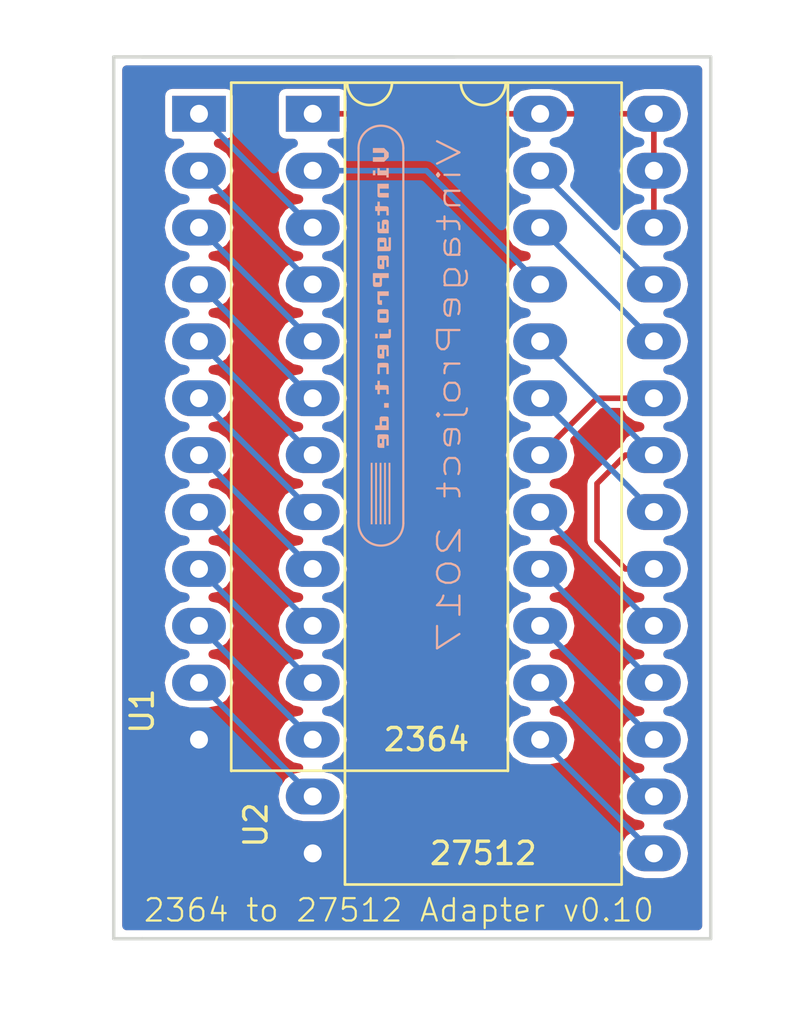
<source format=kicad_pcb>
(kicad_pcb (version 20171130) (host pcbnew "(5.0.0)")

  (general
    (thickness 1.6)
    (drawings 9)
    (tracks 33)
    (zones 0)
    (modules 3)
    (nets 25)
  )

  (page A4)
  (title_block
    (title "Adapter Board 2364 to 27512 EPROM")
    (date 2017-07-30)
    (rev 0.10)
    (company VintageProject)
    (comment 1 "Use for C64 ROM replacements")
  )

  (layers
    (0 F.Cu signal)
    (31 B.Cu signal)
    (32 B.Adhes user hide)
    (33 F.Adhes user hide)
    (34 B.Paste user hide)
    (35 F.Paste user hide)
    (36 B.SilkS user)
    (37 F.SilkS user hide)
    (38 B.Mask user)
    (39 F.Mask user)
    (40 Dwgs.User user)
    (41 Cmts.User user)
    (42 Eco1.User user)
    (43 Eco2.User user)
    (44 Edge.Cuts user)
    (45 Margin user)
    (46 B.CrtYd user)
    (47 F.CrtYd user)
    (48 B.Fab user hide)
    (49 F.Fab user hide)
  )

  (setup
    (last_trace_width 0.25)
    (trace_clearance 0.2)
    (zone_clearance 0.3048)
    (zone_45_only no)
    (trace_min 0.2)
    (segment_width 0.2)
    (edge_width 0.15)
    (via_size 0.6)
    (via_drill 0.4)
    (via_min_size 0.4)
    (via_min_drill 0.3)
    (uvia_size 0.3)
    (uvia_drill 0.1)
    (uvias_allowed no)
    (uvia_min_size 0.2)
    (uvia_min_drill 0.1)
    (pcb_text_width 0.3)
    (pcb_text_size 1.5 1.5)
    (mod_edge_width 0.15)
    (mod_text_size 1 1)
    (mod_text_width 0.15)
    (pad_size 2.4 1.6)
    (pad_drill 0.8)
    (pad_to_mask_clearance 0.2)
    (aux_axis_origin 140.97 101.6)
    (visible_elements 7FFFFFFF)
    (pcbplotparams
      (layerselection 0x010f0_80000001)
      (usegerberextensions true)
      (usegerberattributes false)
      (usegerberadvancedattributes false)
      (creategerberjobfile false)
      (excludeedgelayer true)
      (linewidth 0.100000)
      (plotframeref false)
      (viasonmask false)
      (mode 1)
      (useauxorigin false)
      (hpglpennumber 1)
      (hpglpenspeed 20)
      (hpglpendiameter 15.000000)
      (psnegative false)
      (psa4output false)
      (plotreference true)
      (plotvalue true)
      (plotinvisibletext false)
      (padsonsilk false)
      (subtractmaskfromsilk false)
      (outputformat 1)
      (mirror false)
      (drillshape 0)
      (scaleselection 1)
      (outputdirectory "D:/OneDrive - Thilo Niewöhner/2.29-KiCad/2364-27512-Adapter/gerber/"))
  )

  (net 0 "")
  (net 1 +5V)
  (net 2 GND)
  (net 3 /A0)
  (net 4 /D5)
  (net 5 /D6)
  (net 6 /D7)
  (net 7 /D0)
  (net 8 /D1)
  (net 9 /D2)
  (net 10 /D3)
  (net 11 /D4)
  (net 12 /CE)
  (net 13 /A2)
  (net 14 /A1)
  (net 15 /A7)
  (net 16 /A6)
  (net 17 /A5)
  (net 18 /A4)
  (net 19 /A11)
  (net 20 /A3)
  (net 21 /A10)
  (net 22 /A12)
  (net 23 /A9)
  (net 24 /A8)

  (net_class Default "This is the default net class."
    (clearance 0.2)
    (trace_width 0.25)
    (via_dia 0.6)
    (via_drill 0.4)
    (uvia_dia 0.3)
    (uvia_drill 0.1)
    (add_net +5V)
    (add_net /A0)
    (add_net /A1)
    (add_net /A10)
    (add_net /A11)
    (add_net /A12)
    (add_net /A2)
    (add_net /A3)
    (add_net /A4)
    (add_net /A5)
    (add_net /A6)
    (add_net /A7)
    (add_net /A8)
    (add_net /A9)
    (add_net /CE)
    (add_net /D0)
    (add_net /D1)
    (add_net /D2)
    (add_net /D3)
    (add_net /D4)
    (add_net /D5)
    (add_net /D6)
    (add_net /D7)
    (add_net GND)
  )

  (module C64:DIP-24_W15.24mm_LongPads (layer F.Cu) (tedit 597E081E) (tstamp 597DD31D)
    (at 144.78 104.14)
    (descr "24-lead dip package, row spacing 15.24 mm (600 mils), LongPads")
    (tags "DIL DIP PDIP 2.54mm 15.24mm 600mil LongPads")
    (path /597DD056)
    (fp_text reference U1 (at -2.54 26.67 90) (layer F.SilkS)
      (effects (font (size 1 1) (thickness 0.15)))
    )
    (fp_text value 2364 (at 10.16 27.94) (layer F.SilkS)
      (effects (font (size 1 1) (thickness 0.15)))
    )
    (fp_text user %R (at 7.62 13.97) (layer F.Fab)
      (effects (font (size 1 1) (thickness 0.15)))
    )
    (fp_line (start 1.255 -1.27) (end 14.985 -1.27) (layer F.Fab) (width 0.1))
    (fp_line (start 14.985 -1.27) (end 14.985 29.25) (layer F.Fab) (width 0.1))
    (fp_line (start 14.985 29.21) (end 0.255 29.21) (layer F.Fab) (width 0.1))
    (fp_line (start 0.255 29.25) (end 0.255 -0.27) (layer F.Fab) (width 0.1))
    (fp_line (start 0.255 -0.27) (end 1.255 -1.27) (layer F.Fab) (width 0.1))
    (fp_line (start 6.62 -1.39) (end 1.44 -1.39) (layer F.SilkS) (width 0.12))
    (fp_line (start 1.44 -1.39) (end 1.44 29.34) (layer F.SilkS) (width 0.12))
    (fp_line (start 1.44 29.33) (end 13.8 29.33) (layer F.SilkS) (width 0.12))
    (fp_line (start 13.8 29.34) (end 13.8 -1.39) (layer F.SilkS) (width 0.12))
    (fp_line (start 13.8 -1.39) (end 8.62 -1.39) (layer F.SilkS) (width 0.12))
    (fp_line (start -1.5 -1.6) (end -1.5 29.5) (layer F.CrtYd) (width 0.05))
    (fp_line (start -1.5 29.52) (end 16.7 29.52) (layer F.CrtYd) (width 0.05))
    (fp_line (start 16.7 29.5) (end 16.7 -1.6) (layer F.CrtYd) (width 0.05))
    (fp_line (start 16.7 -1.6) (end -1.5 -1.6) (layer F.CrtYd) (width 0.05))
    (fp_arc (start 7.62 -1.39) (end 6.62 -1.39) (angle -180) (layer F.SilkS) (width 0.12))
    (pad 1 thru_hole rect (at 0 0) (size 2.4 1.6) (drill 0.8) (layers *.Cu *.Mask)
      (net 15 /A7))
    (pad 15 thru_hole oval (at 15.24 22.86) (size 2.4 1.6) (drill 0.8) (layers *.Cu *.Mask)
      (net 4 /D5))
    (pad 2 thru_hole oval (at 0 2.54) (size 2.4 1.6) (drill 0.8) (layers *.Cu *.Mask)
      (net 16 /A6))
    (pad 16 thru_hole oval (at 15.24 20.32) (size 2.4 1.6) (drill 0.8) (layers *.Cu *.Mask)
      (net 5 /D6))
    (pad 3 thru_hole oval (at 0 5.08) (size 2.4 1.6) (drill 0.8) (layers *.Cu *.Mask)
      (net 17 /A5))
    (pad 17 thru_hole oval (at 15.24 17.78) (size 2.4 1.6) (drill 0.8) (layers *.Cu *.Mask)
      (net 6 /D7))
    (pad 4 thru_hole oval (at 0 7.62) (size 2.4 1.6) (drill 0.8) (layers *.Cu *.Mask)
      (net 18 /A4))
    (pad 18 thru_hole oval (at 15.24 15.24) (size 2.4 1.6) (drill 0.8) (layers *.Cu *.Mask)
      (net 19 /A11))
    (pad 5 thru_hole oval (at 0 10.16) (size 2.4 1.6) (drill 0.8) (layers *.Cu *.Mask)
      (net 20 /A3))
    (pad 19 thru_hole oval (at 15.24 12.7) (size 2.4 1.6) (drill 0.8) (layers *.Cu *.Mask)
      (net 21 /A10))
    (pad 6 thru_hole oval (at 0 12.7) (size 2.4 1.6) (drill 0.8) (layers *.Cu *.Mask)
      (net 13 /A2))
    (pad 20 thru_hole oval (at 15.24 10.16) (size 2.4 1.6) (drill 0.8) (layers *.Cu *.Mask)
      (net 12 /CE))
    (pad 7 thru_hole oval (at 0 15.24) (size 2.4 1.6) (drill 0.8) (layers *.Cu *.Mask)
      (net 14 /A1))
    (pad 21 thru_hole oval (at 15.24 7.62) (size 2.4 1.6) (drill 0.8) (layers *.Cu *.Mask)
      (net 22 /A12))
    (pad 8 thru_hole oval (at 0 17.78) (size 2.4 1.6) (drill 0.8) (layers *.Cu *.Mask)
      (net 3 /A0))
    (pad 22 thru_hole oval (at 15.24 5.08) (size 2.4 1.6) (drill 0.8) (layers *.Cu *.Mask)
      (net 23 /A9))
    (pad 9 thru_hole oval (at 0 20.32) (size 2.4 1.6) (drill 0.8) (layers *.Cu *.Mask)
      (net 7 /D0))
    (pad 23 thru_hole oval (at 15.24 2.54) (size 2.4 1.6) (drill 0.8) (layers *.Cu *.Mask)
      (net 24 /A8))
    (pad 10 thru_hole oval (at 0 22.86) (size 2.4 1.6) (drill 0.8) (layers *.Cu *.Mask)
      (net 8 /D1))
    (pad 24 thru_hole oval (at 15.24 0) (size 2.4 1.6) (drill 0.8) (layers *.Cu *.Mask)
      (net 1 +5V))
    (pad 11 thru_hole oval (at 0 25.4) (size 2.4 1.6) (drill 0.8) (layers *.Cu *.Mask)
      (net 9 /D2))
    (pad 12 thru_hole oval (at 0 27.94) (size 2.4 1.6) (drill 0.8) (layers *.Cu *.Mask)
      (net 2 GND) (zone_connect 2))
    (pad 13 thru_hole oval (at 15.24 27.94) (size 2.4 1.6) (drill 0.8) (layers *.Cu *.Mask)
      (net 10 /D3))
    (pad 14 thru_hole oval (at 15.24 25.4) (size 2.4 1.6) (drill 0.8) (layers *.Cu *.Mask)
      (net 11 /D4))
    (model ${KISYS3DMOD}/Housings_DIP.3dshapes/DIP-28_W15.24mm_LongPads.wrl
      (at (xyz 0 0 0))
      (scale (xyz 1 1 1))
      (rotate (xyz 0 0 0))
    )
  )

  (module C64:DIP-28_W15.24mm_LongPads (layer F.Cu) (tedit 597DDCF6) (tstamp 597DD34D)
    (at 149.86 104.14)
    (descr "28-lead dip package, row spacing 15.24 mm (600 mils), LongPads")
    (tags "DIL DIP PDIP 2.54mm 15.24mm 600mil LongPads")
    (path /597DCBF7)
    (fp_text reference U2 (at -2.54 31.75 90) (layer F.SilkS)
      (effects (font (size 1 1) (thickness 0.15)))
    )
    (fp_text value 27512 (at 7.62 33.02) (layer F.SilkS)
      (effects (font (size 1 1) (thickness 0.15)))
    )
    (fp_text user %R (at 7.62 16.51) (layer F.Fab)
      (effects (font (size 1 1) (thickness 0.15)))
    )
    (fp_line (start 1.255 -1.27) (end 14.985 -1.27) (layer F.Fab) (width 0.1))
    (fp_line (start 14.985 -1.27) (end 14.985 34.29) (layer F.Fab) (width 0.1))
    (fp_line (start 14.985 34.29) (end 0.255 34.29) (layer F.Fab) (width 0.1))
    (fp_line (start 0.255 34.29) (end 0.255 -0.27) (layer F.Fab) (width 0.1))
    (fp_line (start 0.255 -0.27) (end 1.255 -1.27) (layer F.Fab) (width 0.1))
    (fp_line (start 6.62 -1.39) (end 1.44 -1.39) (layer F.SilkS) (width 0.12))
    (fp_line (start 1.44 -1.39) (end 1.44 34.41) (layer F.SilkS) (width 0.12))
    (fp_line (start 1.44 34.41) (end 13.8 34.41) (layer F.SilkS) (width 0.12))
    (fp_line (start 13.8 34.41) (end 13.8 -1.39) (layer F.SilkS) (width 0.12))
    (fp_line (start 13.8 -1.39) (end 8.62 -1.39) (layer F.SilkS) (width 0.12))
    (fp_line (start -1.5 -1.6) (end -1.5 34.6) (layer F.CrtYd) (width 0.05))
    (fp_line (start -1.5 34.6) (end 16.7 34.6) (layer F.CrtYd) (width 0.05))
    (fp_line (start 16.7 34.6) (end 16.7 -1.6) (layer F.CrtYd) (width 0.05))
    (fp_line (start 16.7 -1.6) (end -1.5 -1.6) (layer F.CrtYd) (width 0.05))
    (fp_arc (start 7.62 -1.39) (end 6.62 -1.39) (angle -180) (layer F.SilkS) (width 0.12))
    (pad 1 thru_hole rect (at 0 0) (size 2.4 1.6) (drill 0.8) (layers *.Cu *.Mask)
      (net 1 +5V))
    (pad 15 thru_hole oval (at 15.24 33.02) (size 2.4 1.6) (drill 0.8) (layers *.Cu *.Mask)
      (net 10 /D3))
    (pad 2 thru_hole oval (at 0 2.54) (size 2.4 1.6) (drill 0.8) (layers *.Cu *.Mask)
      (net 22 /A12))
    (pad 16 thru_hole oval (at 15.24 30.48) (size 2.4 1.6) (drill 0.8) (layers *.Cu *.Mask)
      (net 11 /D4))
    (pad 3 thru_hole oval (at 0 5.08) (size 2.4 1.6) (drill 0.8) (layers *.Cu *.Mask)
      (net 15 /A7))
    (pad 17 thru_hole oval (at 15.24 27.94) (size 2.4 1.6) (drill 0.8) (layers *.Cu *.Mask)
      (net 4 /D5))
    (pad 4 thru_hole oval (at 0 7.62) (size 2.4 1.6) (drill 0.8) (layers *.Cu *.Mask)
      (net 16 /A6))
    (pad 18 thru_hole oval (at 15.24 25.4) (size 2.4 1.6) (drill 0.8) (layers *.Cu *.Mask)
      (net 5 /D6))
    (pad 5 thru_hole oval (at 0 10.16) (size 2.4 1.6) (drill 0.8) (layers *.Cu *.Mask)
      (net 17 /A5))
    (pad 19 thru_hole oval (at 15.24 22.86) (size 2.4 1.6) (drill 0.8) (layers *.Cu *.Mask)
      (net 6 /D7))
    (pad 6 thru_hole oval (at 0 12.7) (size 2.4 1.6) (drill 0.8) (layers *.Cu *.Mask)
      (net 18 /A4))
    (pad 20 thru_hole oval (at 15.24 20.32) (size 2.4 1.6) (drill 0.8) (layers *.Cu *.Mask)
      (net 12 /CE))
    (pad 7 thru_hole oval (at 0 15.24) (size 2.4 1.6) (drill 0.8) (layers *.Cu *.Mask)
      (net 20 /A3))
    (pad 21 thru_hole oval (at 15.24 17.78) (size 2.4 1.6) (drill 0.8) (layers *.Cu *.Mask)
      (net 21 /A10))
    (pad 8 thru_hole oval (at 0 17.78) (size 2.4 1.6) (drill 0.8) (layers *.Cu *.Mask)
      (net 13 /A2))
    (pad 22 thru_hole oval (at 15.24 15.24) (size 2.4 1.6) (drill 0.8) (layers *.Cu *.Mask)
      (net 12 /CE))
    (pad 9 thru_hole oval (at 0 20.32) (size 2.4 1.6) (drill 0.8) (layers *.Cu *.Mask)
      (net 14 /A1))
    (pad 23 thru_hole oval (at 15.24 12.7) (size 2.4 1.6) (drill 0.8) (layers *.Cu *.Mask)
      (net 19 /A11))
    (pad 10 thru_hole oval (at 0 22.86) (size 2.4 1.6) (drill 0.8) (layers *.Cu *.Mask)
      (net 3 /A0))
    (pad 24 thru_hole oval (at 15.24 10.16) (size 2.4 1.6) (drill 0.8) (layers *.Cu *.Mask)
      (net 23 /A9))
    (pad 11 thru_hole oval (at 0 25.4) (size 2.4 1.6) (drill 0.8) (layers *.Cu *.Mask)
      (net 7 /D0))
    (pad 25 thru_hole oval (at 15.24 7.62) (size 2.4 1.6) (drill 0.8) (layers *.Cu *.Mask)
      (net 24 /A8))
    (pad 12 thru_hole oval (at 0 27.94) (size 2.4 1.6) (drill 0.8) (layers *.Cu *.Mask)
      (net 8 /D1))
    (pad 26 thru_hole oval (at 15.24 5.08) (size 2.4 1.6) (drill 0.8) (layers *.Cu *.Mask)
      (net 1 +5V))
    (pad 13 thru_hole oval (at 0 30.48) (size 2.4 1.6) (drill 0.8) (layers *.Cu *.Mask)
      (net 9 /D2))
    (pad 27 thru_hole oval (at 15.24 2.54) (size 2.4 1.6) (drill 0.8) (layers *.Cu *.Mask)
      (net 1 +5V))
    (pad 14 thru_hole oval (at 0 33.02) (size 2.4 1.6) (drill 0.8) (layers *.Cu *.Mask)
      (net 2 GND) (zone_connect 2))
    (pad 28 thru_hole oval (at 15.24 0) (size 2.4 1.6) (drill 0.8) (layers *.Cu *.Mask)
      (net 1 +5V))
    (model ${KISYS3DMOD}/Housings_DIP.3dshapes/DIP-28_W15.24mm_LongPads.wrl
      (at (xyz 0 0 0))
      (scale (xyz 1 1 1))
      (rotate (xyz 0 0 0))
    )
  )

  (module Thilo_Lib:LOGO_VintageProject_B.SilkS (layer F.Cu) (tedit 5B571767) (tstamp 5BB33861)
    (at 152.908 112.776 90)
    (fp_text reference G*** (at -1.27 0 90) (layer F.SilkS) hide
      (effects (font (size 1.524 1.524) (thickness 0.3)))
    )
    (fp_text value LOGO_VintageProject_B.SilkS (at 0 2.54 90) (layer F.SilkS) hide
      (effects (font (size 1.524 1.524) (thickness 0.3)))
    )
    (fp_arc (start -9.642929 0) (end -9.642929 -1) (angle -180) (layer B.SilkS) (width 0.1))
    (fp_line (start 7.102929 1) (end -9.642929 1) (layer B.SilkS) (width 0.1))
    (fp_line (start 7.102929 -1) (end -9.642929 -1) (layer B.SilkS) (width 0.1))
    (fp_arc (start 7.102929 0) (end 7.102929 -1) (angle 180) (layer B.SilkS) (width 0.1))
    (fp_poly (pts (xy 2.503714 0.102968) (xy 2.504098 0.189799) (xy 2.505227 0.262355) (xy 2.50707 0.319734)
      (xy 2.509595 0.361036) (xy 2.512771 0.385358) (xy 2.513769 0.388993) (xy 2.519694 0.403898)
      (xy 2.527251 0.415868) (xy 2.538344 0.425226) (xy 2.554878 0.43229) (xy 2.578757 0.437383)
      (xy 2.611886 0.440825) (xy 2.656171 0.442936) (xy 2.713515 0.444037) (xy 2.785823 0.44445)
      (xy 2.843442 0.4445) (xy 3.1115 0.4445) (xy 3.1115 0.344714) (xy 2.703286 0.344714)
      (xy 2.703286 0.246007) (xy 2.880982 0.2432) (xy 3.058679 0.240393) (xy 3.080554 0.214941)
      (xy 3.088706 0.204717) (xy 3.094524 0.193981) (xy 3.098395 0.179656) (xy 3.100704 0.158668)
      (xy 3.101834 0.12794) (xy 3.102173 0.084399) (xy 3.10214 0.042584) (xy 3.101392 -0.022388)
      (xy 3.100053 -0.054429) (xy 2.902857 -0.054429) (xy 2.902857 0.145143) (xy 2.703286 0.145143)
      (xy 2.703286 -0.054429) (xy 2.902857 -0.054429) (xy 3.100053 -0.054429) (xy 3.099394 -0.070172)
      (xy 3.096083 -0.101687) (xy 3.091393 -0.117849) (xy 3.090801 -0.118715) (xy 3.082271 -0.128548)
      (xy 3.072081 -0.136382) (xy 3.058204 -0.142444) (xy 3.038616 -0.146959) (xy 3.011292 -0.150152)
      (xy 2.974207 -0.152248) (xy 2.925334 -0.153473) (xy 2.86265 -0.154053) (xy 2.784129 -0.154213)
      (xy 2.771918 -0.154214) (xy 2.503714 -0.154214) (xy 2.503714 0.102968)) (layer B.SilkS) (width 0.01))
    (fp_poly (pts (xy -1.387929 0.152861) (xy -1.387459 0.226555) (xy -1.386101 0.288867) (xy -1.383927 0.33806)
      (xy -1.381011 0.372396) (xy -1.377874 0.388993) (xy -1.369918 0.407073) (xy -1.358726 0.42079)
      (xy -1.341914 0.430731) (xy -1.317098 0.437483) (xy -1.281893 0.441633) (xy -1.233918 0.443769)
      (xy -1.170787 0.444477) (xy -1.152522 0.4445) (xy -0.988786 0.4445) (xy -0.988786 0.344714)
      (xy -1.188357 0.344714) (xy -1.188357 -0.054429) (xy -1.387929 -0.054429) (xy -1.387929 0.152861)) (layer B.SilkS) (width 0.01))
    (fp_poly (pts (xy -9.688286 0.417286) (xy -6.948714 0.417286) (xy -6.948714 0.344714) (xy -9.688286 0.344714)
      (xy -9.688286 0.417286)) (layer B.SilkS) (width 0.01))
    (fp_poly (pts (xy 6.894286 0.145757) (xy 6.69925 0.140607) (xy 6.696836 -0.106589) (xy 6.694423 -0.353786)
      (xy 6.495143 -0.353786) (xy 6.495143 0.140903) (xy 6.597338 0.242809) (xy 6.699534 0.344714)
      (xy 6.899117 0.344714) (xy 7.001023 0.242519) (xy 7.102929 0.140323) (xy 7.102929 -0.353786)
      (xy 6.894286 -0.353786) (xy 6.894286 0.145757)) (layer B.SilkS) (width 0.01))
    (fp_poly (pts (xy 5.896429 0.244929) (xy 5.796643 0.244929) (xy 5.796643 0.344714) (xy 6.204857 0.344714)
      (xy 6.204857 0.244929) (xy 6.105072 0.244929) (xy 6.105072 -0.054429) (xy 6.204857 -0.054429)
      (xy 6.204857 -0.154214) (xy 5.896429 -0.154214) (xy 5.896429 0.244929)) (layer B.SilkS) (width 0.01))
    (fp_poly (pts (xy 5.236482 -0.15408) (xy 5.151378 -0.153806) (xy 5.082964 -0.153036) (xy 5.029795 -0.151714)
      (xy 4.990424 -0.149782) (xy 4.963403 -0.147184) (xy 4.947288 -0.143863) (xy 4.943929 -0.142505)
      (xy 4.930806 -0.133842) (xy 4.920494 -0.121238) (xy 4.912662 -0.102614) (xy 4.906975 -0.07589)
      (xy 4.903103 -0.038986) (xy 4.900714 0.010178) (xy 4.899475 0.073681) (xy 4.899084 0.138339)
      (xy 4.898572 0.344714) (xy 5.098143 0.344714) (xy 5.098143 -0.054429) (xy 5.297714 -0.054429)
      (xy 5.297714 0.344714) (xy 5.506357 0.344714) (xy 5.506357 -0.154214) (xy 5.236482 -0.15408)) (layer B.SilkS) (width 0.01))
    (fp_poly (pts (xy 4.299857 -0.154214) (xy 4.100286 -0.154214) (xy 4.100286 -0.054429) (xy 4.299857 -0.054429)
      (xy 4.299857 0.244929) (xy 4.100286 0.244929) (xy 4.100286 0.344714) (xy 4.265839 0.344139)
      (xy 4.320117 0.343528) (xy 4.369174 0.342182) (xy 4.409696 0.340256) (xy 4.438366 0.337903)
      (xy 4.451275 0.335556) (xy 4.467888 0.327109) (xy 4.480592 0.315277) (xy 4.489989 0.297645)
      (xy 4.496679 0.271798) (xy 4.501263 0.235321) (xy 4.504342 0.185799) (xy 4.506516 0.120817)
      (xy 4.506726 0.112611) (xy 4.510911 -0.054429) (xy 4.708072 -0.054429) (xy 4.708072 -0.154214)
      (xy 4.5085 -0.154214) (xy 4.5085 -0.254) (xy 4.299857 -0.254) (xy 4.299857 -0.154214)) (layer B.SilkS) (width 0.01))
    (fp_poly (pts (xy 3.508532 -0.153795) (xy 3.444124 -0.152565) (xy 3.394909 -0.150564) (xy 3.361868 -0.147831)
      (xy 3.345993 -0.144413) (xy 3.332894 -0.135374) (xy 3.322628 -0.12251) (xy 3.314863 -0.103718)
      (xy 3.309269 -0.076895) (xy 3.305518 -0.03994) (xy 3.303278 0.009252) (xy 3.302219 0.072781)
      (xy 3.302 0.13578) (xy 3.302 0.344714) (xy 3.846 0.344714) (xy 3.875415 0.318432)
      (xy 3.888792 0.305924) (xy 3.897347 0.294406) (xy 3.902169 0.279589) (xy 3.904347 0.257185)
      (xy 3.904973 0.222907) (xy 3.90504 0.201888) (xy 3.903684 0.148125) (xy 3.903301 0.145143)
      (xy 3.701143 0.145143) (xy 3.701143 0.244929) (xy 3.501571 0.244929) (xy 3.501571 0.145143)
      (xy 3.701143 0.145143) (xy 3.903301 0.145143) (xy 3.898695 0.109324) (xy 3.889125 0.082507)
      (xy 3.874026 0.064692) (xy 3.858469 0.055431) (xy 3.840447 0.051583) (xy 3.806247 0.048569)
      (xy 3.757818 0.046493) (xy 3.697111 0.045457) (xy 3.668966 0.045357) (xy 3.501571 0.045357)
      (xy 3.501571 -0.054429) (xy 3.81 -0.054429) (xy 3.81 -0.154214) (xy 3.587154 -0.154214)
      (xy 3.508532 -0.153795)) (layer B.SilkS) (width 0.01))
    (fp_poly (pts (xy 1.94431 -0.154376) (xy 1.887044 -0.15357) (xy 1.835879 -0.152165) (xy 1.793841 -0.150159)
      (xy 1.763958 -0.147546) (xy 1.749421 -0.144413) (xy 1.731899 -0.129725) (xy 1.719283 -0.105753)
      (xy 1.711029 -0.070276) (xy 1.706598 -0.021071) (xy 1.705429 0.035994) (xy 1.705429 0.145143)
      (xy 2.104572 0.145143) (xy 2.104572 0.244929) (xy 1.805214 0.244929) (xy 1.805214 0.344714)
      (xy 2.25111 0.344714) (xy 2.304143 0.291681) (xy 2.303854 0.09368) (xy 2.303617 0.025653)
      (xy 2.302847 -0.026616) (xy 2.301612 -0.054429) (xy 2.104572 -0.054429) (xy 2.104572 0.045357)
      (xy 1.905 0.045357) (xy 1.905 -0.054429) (xy 2.104572 -0.054429) (xy 2.301612 -0.054429)
      (xy 2.30112 -0.065509) (xy 2.298013 -0.093411) (xy 2.2931 -0.112705) (xy 2.285959 -0.125776)
      (xy 2.276166 -0.135006) (xy 2.263296 -0.14278) (xy 2.26165 -0.143661) (xy 2.246458 -0.146914)
      (xy 2.216172 -0.1496) (xy 2.173821 -0.151715) (xy 2.122431 -0.153255) (xy 2.065031 -0.154214)
      (xy 2.004648 -0.15459) (xy 1.94431 -0.154376)) (layer B.SilkS) (width 0.01))
    (fp_poly (pts (xy 1.151746 -0.353442) (xy 1.077415 -0.352421) (xy 1.019651 -0.350738) (xy 0.978912 -0.348409)
      (xy 0.955652 -0.345449) (xy 0.951136 -0.343984) (xy 0.934201 -0.330156) (xy 0.921875 -0.307922)
      (xy 0.913621 -0.274985) (xy 0.908901 -0.229045) (xy 0.907177 -0.167802) (xy 0.907143 -0.155859)
      (xy 0.907609 -0.095362) (xy 0.910366 -0.048395) (xy 0.917451 -0.013246) (xy 0.930903 0.011798)
      (xy 0.952759 0.028448) (xy 0.985057 0.038417) (xy 1.029835 0.043416) (xy 1.089131 0.045158)
      (xy 1.146639 0.045357) (xy 1.306286 0.045357) (xy 1.306286 0.344714) (xy 1.514929 0.344714)
      (xy 1.514929 -0.254) (xy 1.306286 -0.254) (xy 1.306286 -0.054429) (xy 1.106714 -0.054429)
      (xy 1.106714 -0.254) (xy 1.306286 -0.254) (xy 1.514929 -0.254) (xy 1.514929 -0.353786)
      (xy 1.242189 -0.353786) (xy 1.151746 -0.353442)) (layer B.SilkS) (width 0.01))
    (fp_poly (pts (xy 0.34995 -0.153865) (xy 0.276495 -0.152828) (xy 0.219496 -0.15112) (xy 0.179449 -0.148758)
      (xy 0.156846 -0.145759) (xy 0.15285 -0.144413) (xy 0.132004 -0.123504) (xy 0.117352 -0.087796)
      (xy 0.109751 -0.039824) (xy 0.108857 -0.013898) (xy 0.108857 0.045357) (xy 0.308429 0.045357)
      (xy 0.308429 -0.054429) (xy 0.508 -0.054429) (xy 0.508 0.344714) (xy 0.707572 0.344714)
      (xy 0.707572 -0.154214) (xy 0.439368 -0.154214) (xy 0.34995 -0.153865)) (layer B.SilkS) (width 0.01))
    (fp_poly (pts (xy -0.452593 -0.15422) (xy -0.509662 -0.153378) (xy -0.560528 -0.151963) (xy -0.602172 -0.14997)
      (xy -0.631575 -0.147399) (xy -0.645436 -0.144413) (xy -0.659841 -0.1339) (xy -0.67084 -0.118241)
      (xy -0.67885 -0.09517) (xy -0.68429 -0.062418) (xy -0.687581 -0.017716) (xy -0.689142 0.041201)
      (xy -0.689429 0.093605) (xy -0.68886 0.155346) (xy -0.687249 0.208882) (xy -0.684739 0.251422)
      (xy -0.681475 0.280176) (xy -0.679374 0.289208) (xy -0.672878 0.305086) (xy -0.664351 0.317616)
      (xy -0.651742 0.327186) (xy -0.633 0.334182) (xy -0.606074 0.338992) (xy -0.568913 0.342002)
      (xy -0.519467 0.3436) (xy -0.455684 0.344172) (xy -0.388254 0.344139) (xy -0.32456 0.34368)
      (xy -0.266104 0.34269) (xy -0.21558 0.34126) (xy -0.175683 0.339482) (xy -0.149107 0.337447)
      (xy -0.13931 0.335719) (xy -0.123972 0.328367) (xy -0.112235 0.318717) (xy -0.103622 0.304438)
      (xy -0.097655 0.283199) (xy -0.093859 0.25267) (xy -0.091755 0.21052) (xy -0.090868 0.154418)
      (xy -0.090714 0.098194) (xy -0.091008 0.028003) (xy -0.092154 -0.026328) (xy -0.093805 -0.054429)
      (xy -0.290286 -0.054429) (xy -0.290286 0.244929) (xy -0.489857 0.244929) (xy -0.489857 -0.054429)
      (xy -0.290286 -0.054429) (xy -0.093805 -0.054429) (xy -0.094549 -0.067077) (xy -0.09859 -0.096521)
      (xy -0.104674 -0.116938) (xy -0.113198 -0.130605) (xy -0.12456 -0.139799) (xy -0.132963 -0.144142)
      (xy -0.148939 -0.147281) (xy -0.179841 -0.149856) (xy -0.22265 -0.151866) (xy -0.274348 -0.153309)
      (xy -0.331917 -0.154183) (xy -0.392338 -0.154487) (xy -0.452593 -0.15422)) (layer B.SilkS) (width 0.01))
    (fp_poly (pts (xy -2.049164 -0.15422) (xy -2.106234 -0.153378) (xy -2.157099 -0.151963) (xy -2.198743 -0.14997)
      (xy -2.228147 -0.147399) (xy -2.242007 -0.144413) (xy -2.259529 -0.129725) (xy -2.272146 -0.105753)
      (xy -2.280399 -0.070276) (xy -2.284831 -0.021071) (xy -2.286 0.035994) (xy -2.286 0.145143)
      (xy -1.886857 0.145143) (xy -1.886857 0.244929) (xy -2.186214 0.244929) (xy -2.186214 0.344714)
      (xy -1.970768 0.344139) (xy -1.909037 0.343655) (xy -1.852551 0.342608) (xy -1.80411 0.341099)
      (xy -1.766515 0.339228) (xy -1.742566 0.337095) (xy -1.735881 0.335719) (xy -1.720544 0.328367)
      (xy -1.708806 0.318717) (xy -1.700193 0.304438) (xy -1.694227 0.283199) (xy -1.69043 0.25267)
      (xy -1.688327 0.21052) (xy -1.68744 0.154418) (xy -1.687286 0.098194) (xy -1.687579 0.028003)
      (xy -1.688725 -0.026328) (xy -1.690376 -0.054429) (xy -1.886857 -0.054429) (xy -1.886857 0.045357)
      (xy -2.086429 0.045357) (xy -2.086429 -0.054429) (xy -1.886857 -0.054429) (xy -1.690376 -0.054429)
      (xy -1.69112 -0.067077) (xy -1.695161 -0.096521) (xy -1.701245 -0.116938) (xy -1.70977 -0.130605)
      (xy -1.721131 -0.139799) (xy -1.729534 -0.144142) (xy -1.74551 -0.147281) (xy -1.776412 -0.149856)
      (xy -1.819221 -0.151866) (xy -1.87092 -0.153309) (xy -1.928489 -0.154183) (xy -1.98891 -0.154487)
      (xy -2.049164 -0.15422)) (layer B.SilkS) (width 0.01))
    (fp_poly (pts (xy -2.9845 -0.054429) (xy -2.685143 -0.054429) (xy -2.685143 0.244929) (xy -2.9845 0.244929)
      (xy -2.9845 0.344714) (xy -2.769054 0.344139) (xy -2.707323 0.343655) (xy -2.650837 0.342608)
      (xy -2.602396 0.341099) (xy -2.564801 0.339228) (xy -2.540852 0.337095) (xy -2.534167 0.335719)
      (xy -2.518829 0.328367) (xy -2.507092 0.318717) (xy -2.498479 0.304438) (xy -2.492512 0.283199)
      (xy -2.488716 0.25267) (xy -2.486613 0.21052) (xy -2.485726 0.154418) (xy -2.485571 0.098194)
      (xy -2.485865 0.028003) (xy -2.487011 -0.026328) (xy -2.489406 -0.067077) (xy -2.493447 -0.096521)
      (xy -2.499531 -0.116938) (xy -2.508055 -0.130605) (xy -2.519417 -0.139799) (xy -2.52782 -0.144142)
      (xy -2.54555 -0.14778) (xy -2.580549 -0.150641) (xy -2.631958 -0.152689) (xy -2.698918 -0.153889)
      (xy -2.767212 -0.154214) (xy -2.9845 -0.154214) (xy -2.9845 -0.054429)) (layer B.SilkS) (width 0.01))
    (fp_poly (pts (xy -3.683 -0.154214) (xy -3.882571 -0.154214) (xy -3.882571 -0.054429) (xy -3.683 -0.054429)
      (xy -3.683 0.244929) (xy -3.882571 0.244929) (xy -3.882571 0.344714) (xy -3.717018 0.344139)
      (xy -3.66278 0.343537) (xy -3.613799 0.342216) (xy -3.573381 0.340328) (xy -3.544831 0.338022)
      (xy -3.532024 0.335719) (xy -3.516063 0.327916) (xy -3.504011 0.317482) (xy -3.495327 0.301971)
      (xy -3.48947 0.278938) (xy -3.485901 0.245937) (xy -3.484078 0.200523) (xy -3.48346 0.14025)
      (xy -3.483428 0.11591) (xy -3.483428 -0.054429) (xy -3.283857 -0.054429) (xy -3.283857 -0.154214)
      (xy -3.483428 -0.154214) (xy -3.483428 -0.254) (xy -3.683 -0.254) (xy -3.683 -0.154214)) (layer B.SilkS) (width 0.01))
    (fp_poly (pts (xy -4.481286 0.344714) (xy -4.281714 0.344714) (xy -4.281714 0.145143) (xy -4.481286 0.145143)
      (xy -4.481286 0.344714)) (layer B.SilkS) (width 0.01))
    (fp_poly (pts (xy -5.479143 0.344714) (xy -5.213803 0.344139) (xy -5.145343 0.343731) (xy -5.082101 0.342859)
      (xy -5.026545 0.341598) (xy -4.981148 0.340018) (xy -4.948378 0.338195) (xy -4.930707 0.3362)
      (xy -4.929024 0.335719) (xy -4.911937 0.327058) (xy -4.899343 0.315091) (xy -4.890577 0.297174)
      (xy -4.884973 0.270659) (xy -4.881866 0.232901) (xy -4.880591 0.181253) (xy -4.880428 0.142427)
      (xy -4.880428 0.045357) (xy -5.08 0.045357) (xy -5.08 0.244929) (xy -5.279571 0.244929)
      (xy -5.279571 0.045357) (xy -5.08 0.045357) (xy -4.880428 0.045357) (xy -4.880428 -0.001396)
      (xy -4.906945 -0.027912) (xy -4.933461 -0.054429) (xy -5.279571 -0.054429) (xy -5.279571 -0.254)
      (xy -5.479143 -0.254) (xy -5.479143 0.344714)) (layer B.SilkS) (width 0.01))
    (fp_poly (pts (xy -6.247441 -0.132343) (xy -6.257485 -0.123215) (xy -6.264538 -0.113842) (xy -6.269219 -0.100952)
      (xy -6.272149 -0.081274) (xy -6.273948 -0.051539) (xy -6.275239 -0.008476) (xy -6.275846 0.017336)
      (xy -6.2788 0.145143) (xy -5.878286 0.145143) (xy -5.878286 0.244929) (xy -6.177643 0.244929)
      (xy -6.177643 0.344714) (xy -5.962196 0.344139) (xy -5.900466 0.343655) (xy -5.84398 0.342608)
      (xy -5.795539 0.341099) (xy -5.757944 0.339228) (xy -5.733995 0.337095) (xy -5.72731 0.335719)
      (xy -5.712154 0.328496) (xy -5.700512 0.319067) (xy -5.691922 0.305135) (xy -5.685928 0.284404)
      (xy -5.682069 0.254577) (xy -5.679886 0.213355) (xy -5.678921 0.158443) (xy -5.678714 0.092534)
      (xy -5.678714 -0.054429) (xy -5.878286 -0.054429) (xy -5.878286 0.045357) (xy -6.077857 0.045357)
      (xy -6.077857 -0.054429) (xy -5.878286 -0.054429) (xy -5.678714 -0.054429) (xy -5.678714 -0.101181)
      (xy -5.731747 -0.154214) (xy -6.221988 -0.154214) (xy -6.247441 -0.132343)) (layer B.SilkS) (width 0.01))
    (fp_poly (pts (xy -9.688286 0.217714) (xy -6.948714 0.217714) (xy -6.948714 0.145143) (xy -9.688286 0.145143)
      (xy -9.688286 0.217714)) (layer B.SilkS) (width 0.01))
    (fp_poly (pts (xy -9.688286 0.018143) (xy -6.948714 0.018143) (xy -6.948714 -0.054429) (xy -9.688286 -0.054429)
      (xy -9.688286 0.018143)) (layer B.SilkS) (width 0.01))
    (fp_poly (pts (xy -1.387929 -0.154214) (xy -1.188357 -0.154214) (xy -1.188357 -0.254) (xy -1.387929 -0.254)
      (xy -1.387929 -0.154214)) (layer B.SilkS) (width 0.01))
    (fp_poly (pts (xy -9.688286 -0.181429) (xy -6.948714 -0.181429) (xy -6.948714 -0.254) (xy -9.688286 -0.254)
      (xy -9.688286 -0.181429)) (layer B.SilkS) (width 0.01))
    (fp_poly (pts (xy 5.896429 -0.254) (xy 6.105072 -0.254) (xy 6.105072 -0.353786) (xy 5.896429 -0.353786)
      (xy 5.896429 -0.254)) (layer B.SilkS) (width 0.01))
    (fp_poly (pts (xy -9.688286 -0.381) (xy -6.948714 -0.381) (xy -6.948714 -0.453571) (xy -9.688286 -0.453571)
      (xy -9.688286 -0.381)) (layer B.SilkS) (width 0.01))
  )

  (gr_text "2364 to 27512 Adapter v0.10" (at 142.24 139.7) (layer F.SilkS)
    (effects (font (size 1 1) (thickness 0.1)) (justify left))
  )
  (gr_text "VintageProject 2017" (at 155.956 105.156 90) (layer B.SilkS)
    (effects (font (size 1 1.5) (thickness 0.1)) (justify left mirror))
  )
  (gr_line (start 142.24 101.6) (end 156.21 101.6) (angle 90) (layer Edge.Cuts) (width 0.15))
  (gr_line (start 140.97 101.6) (end 142.24 101.6) (angle 90) (layer Edge.Cuts) (width 0.15))
  (gr_line (start 140.97 140.97) (end 140.97 101.6) (angle 90) (layer Edge.Cuts) (width 0.15))
  (gr_line (start 142.24 140.97) (end 140.97 140.97) (angle 90) (layer Edge.Cuts) (width 0.15))
  (gr_line (start 167.64 140.97) (end 142.24 140.97) (angle 90) (layer Edge.Cuts) (width 0.15))
  (gr_line (start 167.64 101.6) (end 167.64 140.97) (angle 90) (layer Edge.Cuts) (width 0.15))
  (gr_line (start 142.24 101.6) (end 167.64 101.6) (angle 90) (layer Edge.Cuts) (width 0.15))

  (segment (start 149.86 104.14) (end 160.02 104.14) (width 0.25) (layer F.Cu) (net 1))
  (segment (start 160.02 104.14) (end 165.1 104.14) (width 0.25) (layer F.Cu) (net 1) (tstamp 597DD4C1))
  (segment (start 165.1 104.14) (end 165.1 106.68) (width 0.25) (layer F.Cu) (net 1) (tstamp 597DD4C2))
  (segment (start 165.1 106.68) (end 165.1 109.22) (width 0.25) (layer F.Cu) (net 1) (tstamp 597DD4C3))
  (segment (start 149.86 127) (end 144.78 121.92) (width 0.25) (layer B.Cu) (net 3))
  (segment (start 160.02 127) (end 165.1 132.08) (width 0.25) (layer B.Cu) (net 4))
  (segment (start 160.02 124.46) (end 165.1 129.54) (width 0.25) (layer B.Cu) (net 5))
  (segment (start 160.02 121.92) (end 165.1 127) (width 0.25) (layer B.Cu) (net 6))
  (segment (start 149.86 129.54) (end 144.78 124.46) (width 0.25) (layer B.Cu) (net 7))
  (segment (start 149.86 132.08) (end 144.78 127) (width 0.25) (layer B.Cu) (net 8))
  (segment (start 149.86 134.62) (end 144.78 129.54) (width 0.25) (layer B.Cu) (net 9))
  (segment (start 160.02 132.08) (end 165.1 137.16) (width 0.25) (layer B.Cu) (net 10))
  (segment (start 160.02 129.54) (end 165.1 134.62) (width 0.25) (layer B.Cu) (net 11))
  (segment (start 165.1 119.38) (end 163.83 119.38) (width 0.25) (layer F.Cu) (net 12))
  (segment (start 163.83 124.46) (end 165.1 124.46) (width 0.25) (layer F.Cu) (net 12) (tstamp 597DD568))
  (segment (start 162.56 123.19) (end 163.83 124.46) (width 0.25) (layer F.Cu) (net 12) (tstamp 597DD567))
  (segment (start 162.56 120.65) (end 162.56 123.19) (width 0.25) (layer F.Cu) (net 12) (tstamp 597DD565))
  (segment (start 163.83 119.38) (end 162.56 120.65) (width 0.25) (layer F.Cu) (net 12) (tstamp 597DD562))
  (segment (start 160.02 114.3) (end 165.1 119.38) (width 0.25) (layer B.Cu) (net 12))
  (segment (start 149.86 121.92) (end 144.78 116.84) (width 0.25) (layer B.Cu) (net 13))
  (segment (start 149.86 124.46) (end 144.78 119.38) (width 0.25) (layer B.Cu) (net 14))
  (segment (start 149.86 109.22) (end 144.78 104.14) (width 0.25) (layer B.Cu) (net 15))
  (segment (start 149.86 111.76) (end 144.78 106.68) (width 0.25) (layer B.Cu) (net 16))
  (segment (start 149.86 114.3) (end 144.78 109.22) (width 0.25) (layer B.Cu) (net 17))
  (segment (start 149.86 116.84) (end 144.78 111.76) (width 0.25) (layer B.Cu) (net 18))
  (segment (start 162.56 116.84) (end 160.02 119.38) (width 0.25) (layer F.Cu) (net 19) (tstamp 597DD46B))
  (segment (start 165.1 116.84) (end 162.56 116.84) (width 0.25) (layer F.Cu) (net 19))
  (segment (start 149.86 119.38) (end 144.78 114.3) (width 0.25) (layer B.Cu) (net 20))
  (segment (start 160.02 116.84) (end 165.1 121.92) (width 0.25) (layer B.Cu) (net 21))
  (segment (start 154.94 106.68) (end 160.02 111.76) (width 0.25) (layer B.Cu) (net 22) (tstamp 597DD464))
  (segment (start 149.86 106.68) (end 154.94 106.68) (width 0.25) (layer B.Cu) (net 22))
  (segment (start 160.02 109.22) (end 165.1 114.3) (width 0.25) (layer B.Cu) (net 23))
  (segment (start 160.02 106.68) (end 165.1 111.76) (width 0.25) (layer B.Cu) (net 24))

  (zone (net 2) (net_name GND) (layer F.Cu) (tstamp 597DD4D2) (hatch edge 0.508)
    (connect_pads (clearance 0.3048))
    (min_thickness 0.4064)
    (fill yes (arc_segments 16) (thermal_gap 0.4564) (thermal_bridge_width 0.4564))
    (polygon
      (pts
        (xy 135.89 99.06) (xy 171.45 99.06) (xy 171.45 144.78) (xy 135.89 144.78) (xy 135.89 100.33)
      )
    )
    (filled_polygon
      (pts
        (xy 167.057 140.387) (xy 141.553 140.387) (xy 141.553 106.68) (xy 143.038538 106.68) (xy 143.138104 107.18055)
        (xy 143.421642 107.604896) (xy 143.845988 107.888434) (xy 144.1555 107.95) (xy 143.845988 108.011566) (xy 143.421642 108.295104)
        (xy 143.138104 108.71945) (xy 143.038538 109.22) (xy 143.138104 109.72055) (xy 143.421642 110.144896) (xy 143.845988 110.428434)
        (xy 144.1555 110.49) (xy 143.845988 110.551566) (xy 143.421642 110.835104) (xy 143.138104 111.25945) (xy 143.038538 111.76)
        (xy 143.138104 112.26055) (xy 143.421642 112.684896) (xy 143.845988 112.968434) (xy 144.1555 113.03) (xy 143.845988 113.091566)
        (xy 143.421642 113.375104) (xy 143.138104 113.79945) (xy 143.038538 114.3) (xy 143.138104 114.80055) (xy 143.421642 115.224896)
        (xy 143.845988 115.508434) (xy 144.1555 115.57) (xy 143.845988 115.631566) (xy 143.421642 115.915104) (xy 143.138104 116.33945)
        (xy 143.038538 116.84) (xy 143.138104 117.34055) (xy 143.421642 117.764896) (xy 143.845988 118.048434) (xy 144.1555 118.11)
        (xy 143.845988 118.171566) (xy 143.421642 118.455104) (xy 143.138104 118.87945) (xy 143.038538 119.38) (xy 143.138104 119.88055)
        (xy 143.421642 120.304896) (xy 143.845988 120.588434) (xy 144.1555 120.65) (xy 143.845988 120.711566) (xy 143.421642 120.995104)
        (xy 143.138104 121.41945) (xy 143.038538 121.92) (xy 143.138104 122.42055) (xy 143.421642 122.844896) (xy 143.845988 123.128434)
        (xy 144.1555 123.19) (xy 143.845988 123.251566) (xy 143.421642 123.535104) (xy 143.138104 123.95945) (xy 143.038538 124.46)
        (xy 143.138104 124.96055) (xy 143.421642 125.384896) (xy 143.845988 125.668434) (xy 144.1555 125.73) (xy 143.845988 125.791566)
        (xy 143.421642 126.075104) (xy 143.138104 126.49945) (xy 143.038538 127) (xy 143.138104 127.50055) (xy 143.421642 127.924896)
        (xy 143.845988 128.208434) (xy 144.1555 128.27) (xy 143.845988 128.331566) (xy 143.421642 128.615104) (xy 143.138104 129.03945)
        (xy 143.038538 129.54) (xy 143.138104 130.04055) (xy 143.421642 130.464896) (xy 143.845988 130.748434) (xy 144.346538 130.848)
        (xy 145.213462 130.848) (xy 145.714012 130.748434) (xy 146.138358 130.464896) (xy 146.421896 130.04055) (xy 146.521462 129.54)
        (xy 146.421896 129.03945) (xy 146.138358 128.615104) (xy 145.714012 128.331566) (xy 145.4045 128.27) (xy 145.714012 128.208434)
        (xy 146.138358 127.924896) (xy 146.421896 127.50055) (xy 146.521462 127) (xy 146.421896 126.49945) (xy 146.138358 126.075104)
        (xy 145.714012 125.791566) (xy 145.4045 125.73) (xy 145.714012 125.668434) (xy 146.138358 125.384896) (xy 146.421896 124.96055)
        (xy 146.521462 124.46) (xy 146.421896 123.95945) (xy 146.138358 123.535104) (xy 145.714012 123.251566) (xy 145.4045 123.19)
        (xy 145.714012 123.128434) (xy 146.138358 122.844896) (xy 146.421896 122.42055) (xy 146.521462 121.92) (xy 146.421896 121.41945)
        (xy 146.138358 120.995104) (xy 145.714012 120.711566) (xy 145.4045 120.65) (xy 145.714012 120.588434) (xy 146.138358 120.304896)
        (xy 146.421896 119.88055) (xy 146.521462 119.38) (xy 146.421896 118.87945) (xy 146.138358 118.455104) (xy 145.714012 118.171566)
        (xy 145.4045 118.11) (xy 145.714012 118.048434) (xy 146.138358 117.764896) (xy 146.421896 117.34055) (xy 146.521462 116.84)
        (xy 146.421896 116.33945) (xy 146.138358 115.915104) (xy 145.714012 115.631566) (xy 145.4045 115.57) (xy 145.714012 115.508434)
        (xy 146.138358 115.224896) (xy 146.421896 114.80055) (xy 146.521462 114.3) (xy 146.421896 113.79945) (xy 146.138358 113.375104)
        (xy 145.714012 113.091566) (xy 145.4045 113.03) (xy 145.714012 112.968434) (xy 146.138358 112.684896) (xy 146.421896 112.26055)
        (xy 146.521462 111.76) (xy 146.421896 111.25945) (xy 146.138358 110.835104) (xy 145.714012 110.551566) (xy 145.4045 110.49)
        (xy 145.714012 110.428434) (xy 146.138358 110.144896) (xy 146.421896 109.72055) (xy 146.521462 109.22) (xy 146.421896 108.71945)
        (xy 146.138358 108.295104) (xy 145.714012 108.011566) (xy 145.4045 107.95) (xy 145.714012 107.888434) (xy 146.138358 107.604896)
        (xy 146.421896 107.18055) (xy 146.521462 106.68) (xy 148.118538 106.68) (xy 148.218104 107.18055) (xy 148.501642 107.604896)
        (xy 148.925988 107.888434) (xy 149.2355 107.95) (xy 148.925988 108.011566) (xy 148.501642 108.295104) (xy 148.218104 108.71945)
        (xy 148.118538 109.22) (xy 148.218104 109.72055) (xy 148.501642 110.144896) (xy 148.925988 110.428434) (xy 149.2355 110.49)
        (xy 148.925988 110.551566) (xy 148.501642 110.835104) (xy 148.218104 111.25945) (xy 148.118538 111.76) (xy 148.218104 112.26055)
        (xy 148.501642 112.684896) (xy 148.925988 112.968434) (xy 149.2355 113.03) (xy 148.925988 113.091566) (xy 148.501642 113.375104)
        (xy 148.218104 113.79945) (xy 148.118538 114.3) (xy 148.218104 114.80055) (xy 148.501642 115.224896) (xy 148.925988 115.508434)
        (xy 149.2355 115.57) (xy 148.925988 115.631566) (xy 148.501642 115.915104) (xy 148.218104 116.33945) (xy 148.118538 116.84)
        (xy 148.218104 117.34055) (xy 148.501642 117.764896) (xy 148.925988 118.048434) (xy 149.2355 118.11) (xy 148.925988 118.171566)
        (xy 148.501642 118.455104) (xy 148.218104 118.87945) (xy 148.118538 119.38) (xy 148.218104 119.88055) (xy 148.501642 120.304896)
        (xy 148.925988 120.588434) (xy 149.2355 120.65) (xy 148.925988 120.711566) (xy 148.501642 120.995104) (xy 148.218104 121.41945)
        (xy 148.118538 121.92) (xy 148.218104 122.42055) (xy 148.501642 122.844896) (xy 148.925988 123.128434) (xy 149.2355 123.19)
        (xy 148.925988 123.251566) (xy 148.501642 123.535104) (xy 148.218104 123.95945) (xy 148.118538 124.46) (xy 148.218104 124.96055)
        (xy 148.501642 125.384896) (xy 148.925988 125.668434) (xy 149.2355 125.73) (xy 148.925988 125.791566) (xy 148.501642 126.075104)
        (xy 148.218104 126.49945) (xy 148.118538 127) (xy 148.218104 127.50055) (xy 148.501642 127.924896) (xy 148.925988 128.208434)
        (xy 149.2355 128.27) (xy 148.925988 128.331566) (xy 148.501642 128.615104) (xy 148.218104 129.03945) (xy 148.118538 129.54)
        (xy 148.218104 130.04055) (xy 148.501642 130.464896) (xy 148.925988 130.748434) (xy 149.2355 130.81) (xy 148.925988 130.871566)
        (xy 148.501642 131.155104) (xy 148.218104 131.57945) (xy 148.118538 132.08) (xy 148.218104 132.58055) (xy 148.501642 133.004896)
        (xy 148.925988 133.288434) (xy 149.2355 133.35) (xy 148.925988 133.411566) (xy 148.501642 133.695104) (xy 148.218104 134.11945)
        (xy 148.118538 134.62) (xy 148.218104 135.12055) (xy 148.501642 135.544896) (xy 148.925988 135.828434) (xy 149.426538 135.928)
        (xy 150.293462 135.928) (xy 150.794012 135.828434) (xy 151.218358 135.544896) (xy 151.501896 135.12055) (xy 151.601462 134.62)
        (xy 151.501896 134.11945) (xy 151.218358 133.695104) (xy 150.794012 133.411566) (xy 150.4845 133.35) (xy 150.794012 133.288434)
        (xy 151.218358 133.004896) (xy 151.501896 132.58055) (xy 151.601462 132.08) (xy 151.501896 131.57945) (xy 151.218358 131.155104)
        (xy 150.794012 130.871566) (xy 150.4845 130.81) (xy 150.794012 130.748434) (xy 151.218358 130.464896) (xy 151.501896 130.04055)
        (xy 151.601462 129.54) (xy 151.501896 129.03945) (xy 151.218358 128.615104) (xy 150.794012 128.331566) (xy 150.4845 128.27)
        (xy 150.794012 128.208434) (xy 151.218358 127.924896) (xy 151.501896 127.50055) (xy 151.601462 127) (xy 151.501896 126.49945)
        (xy 151.218358 126.075104) (xy 150.794012 125.791566) (xy 150.4845 125.73) (xy 150.794012 125.668434) (xy 151.218358 125.384896)
        (xy 151.501896 124.96055) (xy 151.601462 124.46) (xy 151.501896 123.95945) (xy 151.218358 123.535104) (xy 150.794012 123.251566)
        (xy 150.4845 123.19) (xy 150.794012 123.128434) (xy 151.218358 122.844896) (xy 151.501896 122.42055) (xy 151.601462 121.92)
        (xy 151.501896 121.41945) (xy 151.218358 120.995104) (xy 150.794012 120.711566) (xy 150.4845 120.65) (xy 150.794012 120.588434)
        (xy 151.218358 120.304896) (xy 151.501896 119.88055) (xy 151.601462 119.38) (xy 151.501896 118.87945) (xy 151.218358 118.455104)
        (xy 150.794012 118.171566) (xy 150.4845 118.11) (xy 150.794012 118.048434) (xy 151.218358 117.764896) (xy 151.501896 117.34055)
        (xy 151.601462 116.84) (xy 151.501896 116.33945) (xy 151.218358 115.915104) (xy 150.794012 115.631566) (xy 150.4845 115.57)
        (xy 150.794012 115.508434) (xy 151.218358 115.224896) (xy 151.501896 114.80055) (xy 151.601462 114.3) (xy 151.501896 113.79945)
        (xy 151.218358 113.375104) (xy 150.794012 113.091566) (xy 150.4845 113.03) (xy 150.794012 112.968434) (xy 151.218358 112.684896)
        (xy 151.501896 112.26055) (xy 151.601462 111.76) (xy 151.501896 111.25945) (xy 151.218358 110.835104) (xy 150.794012 110.551566)
        (xy 150.4845 110.49) (xy 150.794012 110.428434) (xy 151.218358 110.144896) (xy 151.501896 109.72055) (xy 151.601462 109.22)
        (xy 151.501896 108.71945) (xy 151.218358 108.295104) (xy 150.794012 108.011566) (xy 150.4845 107.95) (xy 150.794012 107.888434)
        (xy 151.218358 107.604896) (xy 151.501896 107.18055) (xy 151.601462 106.68) (xy 151.501896 106.17945) (xy 151.218358 105.755104)
        (xy 150.794012 105.471566) (xy 150.72557 105.457952) (xy 151.06 105.457952) (xy 151.248253 105.42253) (xy 151.421153 105.311272)
        (xy 151.537145 105.141512) (xy 151.577952 104.94) (xy 151.577952 104.773) (xy 158.466604 104.773) (xy 158.661642 105.064896)
        (xy 159.085988 105.348434) (xy 159.3955 105.41) (xy 159.085988 105.471566) (xy 158.661642 105.755104) (xy 158.378104 106.17945)
        (xy 158.278538 106.68) (xy 158.378104 107.18055) (xy 158.661642 107.604896) (xy 159.085988 107.888434) (xy 159.3955 107.95)
        (xy 159.085988 108.011566) (xy 158.661642 108.295104) (xy 158.378104 108.71945) (xy 158.278538 109.22) (xy 158.378104 109.72055)
        (xy 158.661642 110.144896) (xy 159.085988 110.428434) (xy 159.3955 110.49) (xy 159.085988 110.551566) (xy 158.661642 110.835104)
        (xy 158.378104 111.25945) (xy 158.278538 111.76) (xy 158.378104 112.26055) (xy 158.661642 112.684896) (xy 159.085988 112.968434)
        (xy 159.3955 113.03) (xy 159.085988 113.091566) (xy 158.661642 113.375104) (xy 158.378104 113.79945) (xy 158.278538 114.3)
        (xy 158.378104 114.80055) (xy 158.661642 115.224896) (xy 159.085988 115.508434) (xy 159.3955 115.57) (xy 159.085988 115.631566)
        (xy 158.661642 115.915104) (xy 158.378104 116.33945) (xy 158.278538 116.84) (xy 158.378104 117.34055) (xy 158.661642 117.764896)
        (xy 159.085988 118.048434) (xy 159.3955 118.11) (xy 159.085988 118.171566) (xy 158.661642 118.455104) (xy 158.378104 118.87945)
        (xy 158.278538 119.38) (xy 158.378104 119.88055) (xy 158.661642 120.304896) (xy 159.085988 120.588434) (xy 159.3955 120.65)
        (xy 159.085988 120.711566) (xy 158.661642 120.995104) (xy 158.378104 121.41945) (xy 158.278538 121.92) (xy 158.378104 122.42055)
        (xy 158.661642 122.844896) (xy 159.085988 123.128434) (xy 159.3955 123.19) (xy 159.085988 123.251566) (xy 158.661642 123.535104)
        (xy 158.378104 123.95945) (xy 158.278538 124.46) (xy 158.378104 124.96055) (xy 158.661642 125.384896) (xy 159.085988 125.668434)
        (xy 159.3955 125.73) (xy 159.085988 125.791566) (xy 158.661642 126.075104) (xy 158.378104 126.49945) (xy 158.278538 127)
        (xy 158.378104 127.50055) (xy 158.661642 127.924896) (xy 159.085988 128.208434) (xy 159.3955 128.27) (xy 159.085988 128.331566)
        (xy 158.661642 128.615104) (xy 158.378104 129.03945) (xy 158.278538 129.54) (xy 158.378104 130.04055) (xy 158.661642 130.464896)
        (xy 159.085988 130.748434) (xy 159.3955 130.81) (xy 159.085988 130.871566) (xy 158.661642 131.155104) (xy 158.378104 131.57945)
        (xy 158.278538 132.08) (xy 158.378104 132.58055) (xy 158.661642 133.004896) (xy 159.085988 133.288434) (xy 159.586538 133.388)
        (xy 160.453462 133.388) (xy 160.954012 133.288434) (xy 161.378358 133.004896) (xy 161.661896 132.58055) (xy 161.761462 132.08)
        (xy 161.661896 131.57945) (xy 161.378358 131.155104) (xy 160.954012 130.871566) (xy 160.6445 130.81) (xy 160.954012 130.748434)
        (xy 161.378358 130.464896) (xy 161.661896 130.04055) (xy 161.761462 129.54) (xy 161.661896 129.03945) (xy 161.378358 128.615104)
        (xy 160.954012 128.331566) (xy 160.6445 128.27) (xy 160.954012 128.208434) (xy 161.378358 127.924896) (xy 161.661896 127.50055)
        (xy 161.761462 127) (xy 161.661896 126.49945) (xy 161.378358 126.075104) (xy 160.954012 125.791566) (xy 160.6445 125.73)
        (xy 160.954012 125.668434) (xy 161.378358 125.384896) (xy 161.661896 124.96055) (xy 161.761462 124.46) (xy 161.661896 123.95945)
        (xy 161.378358 123.535104) (xy 160.954012 123.251566) (xy 160.6445 123.19) (xy 160.954012 123.128434) (xy 161.378358 122.844896)
        (xy 161.661896 122.42055) (xy 161.761462 121.92) (xy 161.661896 121.41945) (xy 161.378358 120.995104) (xy 160.954012 120.711566)
        (xy 160.6445 120.65) (xy 160.954012 120.588434) (xy 161.378358 120.304896) (xy 161.661896 119.88055) (xy 161.761462 119.38)
        (xy 161.661896 118.87945) (xy 161.563303 118.731895) (xy 162.822197 117.473) (xy 163.546604 117.473) (xy 163.741642 117.764896)
        (xy 164.165988 118.048434) (xy 164.4755 118.11) (xy 164.165988 118.171566) (xy 163.741642 118.455104) (xy 163.458104 118.87945)
        (xy 163.457561 118.882181) (xy 163.382401 118.932401) (xy 163.382399 118.932404) (xy 162.112401 120.202401) (xy 161.975184 120.407761)
        (xy 161.926999 120.65) (xy 161.927 120.650005) (xy 161.927 123.189995) (xy 161.926999 123.19) (xy 161.975184 123.432239)
        (xy 162.112401 123.637599) (xy 163.382399 124.907596) (xy 163.382401 124.907599) (xy 163.457561 124.957819) (xy 163.458104 124.96055)
        (xy 163.741642 125.384896) (xy 164.165988 125.668434) (xy 164.4755 125.73) (xy 164.165988 125.791566) (xy 163.741642 126.075104)
        (xy 163.458104 126.49945) (xy 163.358538 127) (xy 163.458104 127.50055) (xy 163.741642 127.924896) (xy 164.165988 128.208434)
        (xy 164.4755 128.27) (xy 164.165988 128.331566) (xy 163.741642 128.615104) (xy 163.458104 129.03945) (xy 163.358538 129.54)
        (xy 163.458104 130.04055) (xy 163.741642 130.464896) (xy 164.165988 130.748434) (xy 164.4755 130.81) (xy 164.165988 130.871566)
        (xy 163.741642 131.155104) (xy 163.458104 131.57945) (xy 163.358538 132.08) (xy 163.458104 132.58055) (xy 163.741642 133.004896)
        (xy 164.165988 133.288434) (xy 164.4755 133.35) (xy 164.165988 133.411566) (xy 163.741642 133.695104) (xy 163.458104 134.11945)
        (xy 163.358538 134.62) (xy 163.458104 135.12055) (xy 163.741642 135.544896) (xy 164.165988 135.828434) (xy 164.4755 135.89)
        (xy 164.165988 135.951566) (xy 163.741642 136.235104) (xy 163.458104 136.65945) (xy 163.358538 137.16) (xy 163.458104 137.66055)
        (xy 163.741642 138.084896) (xy 164.165988 138.368434) (xy 164.666538 138.468) (xy 165.533462 138.468) (xy 166.034012 138.368434)
        (xy 166.458358 138.084896) (xy 166.741896 137.66055) (xy 166.841462 137.16) (xy 166.741896 136.65945) (xy 166.458358 136.235104)
        (xy 166.034012 135.951566) (xy 165.7245 135.89) (xy 166.034012 135.828434) (xy 166.458358 135.544896) (xy 166.741896 135.12055)
        (xy 166.841462 134.62) (xy 166.741896 134.11945) (xy 166.458358 133.695104) (xy 166.034012 133.411566) (xy 165.7245 133.35)
        (xy 166.034012 133.288434) (xy 166.458358 133.004896) (xy 166.741896 132.58055) (xy 166.841462 132.08) (xy 166.741896 131.57945)
        (xy 166.458358 131.155104) (xy 166.034012 130.871566) (xy 165.7245 130.81) (xy 166.034012 130.748434) (xy 166.458358 130.464896)
        (xy 166.741896 130.04055) (xy 166.841462 129.54) (xy 166.741896 129.03945) (xy 166.458358 128.615104) (xy 166.034012 128.331566)
        (xy 165.7245 128.27) (xy 166.034012 128.208434) (xy 166.458358 127.924896) (xy 166.741896 127.50055) (xy 166.841462 127)
        (xy 166.741896 126.49945) (xy 166.458358 126.075104) (xy 166.034012 125.791566) (xy 165.7245 125.73) (xy 166.034012 125.668434)
        (xy 166.458358 125.384896) (xy 166.741896 124.96055) (xy 166.841462 124.46) (xy 166.741896 123.95945) (xy 166.458358 123.535104)
        (xy 166.034012 123.251566) (xy 165.7245 123.19) (xy 166.034012 123.128434) (xy 166.458358 122.844896) (xy 166.741896 122.42055)
        (xy 166.841462 121.92) (xy 166.741896 121.41945) (xy 166.458358 120.995104) (xy 166.034012 120.711566) (xy 165.7245 120.65)
        (xy 166.034012 120.588434) (xy 166.458358 120.304896) (xy 166.741896 119.88055) (xy 166.841462 119.38) (xy 166.741896 118.87945)
        (xy 166.458358 118.455104) (xy 166.034012 118.171566) (xy 165.7245 118.11) (xy 166.034012 118.048434) (xy 166.458358 117.764896)
        (xy 166.741896 117.34055) (xy 166.841462 116.84) (xy 166.741896 116.33945) (xy 166.458358 115.915104) (xy 166.034012 115.631566)
        (xy 165.7245 115.57) (xy 166.034012 115.508434) (xy 166.458358 115.224896) (xy 166.741896 114.80055) (xy 166.841462 114.3)
        (xy 166.741896 113.79945) (xy 166.458358 113.375104) (xy 166.034012 113.091566) (xy 165.7245 113.03) (xy 166.034012 112.968434)
        (xy 166.458358 112.684896) (xy 166.741896 112.26055) (xy 166.841462 111.76) (xy 166.741896 111.25945) (xy 166.458358 110.835104)
        (xy 166.034012 110.551566) (xy 165.7245 110.49) (xy 166.034012 110.428434) (xy 166.458358 110.144896) (xy 166.741896 109.72055)
        (xy 166.841462 109.22) (xy 166.741896 108.71945) (xy 166.458358 108.295104) (xy 166.034012 108.011566) (xy 165.733 107.951691)
        (xy 165.733 107.948309) (xy 166.034012 107.888434) (xy 166.458358 107.604896) (xy 166.741896 107.18055) (xy 166.841462 106.68)
        (xy 166.741896 106.17945) (xy 166.458358 105.755104) (xy 166.034012 105.471566) (xy 165.733 105.411691) (xy 165.733 105.408309)
        (xy 166.034012 105.348434) (xy 166.458358 105.064896) (xy 166.741896 104.64055) (xy 166.841462 104.14) (xy 166.741896 103.63945)
        (xy 166.458358 103.215104) (xy 166.034012 102.931566) (xy 165.533462 102.832) (xy 164.666538 102.832) (xy 164.165988 102.931566)
        (xy 163.741642 103.215104) (xy 163.546604 103.507) (xy 161.573396 103.507) (xy 161.378358 103.215104) (xy 160.954012 102.931566)
        (xy 160.453462 102.832) (xy 159.586538 102.832) (xy 159.085988 102.931566) (xy 158.661642 103.215104) (xy 158.466604 103.507)
        (xy 151.577952 103.507) (xy 151.577952 103.34) (xy 151.54253 103.151747) (xy 151.431272 102.978847) (xy 151.261512 102.862855)
        (xy 151.06 102.822048) (xy 148.66 102.822048) (xy 148.471747 102.85747) (xy 148.298847 102.968728) (xy 148.182855 103.138488)
        (xy 148.142048 103.34) (xy 148.142048 104.94) (xy 148.17747 105.128253) (xy 148.288728 105.301153) (xy 148.458488 105.417145)
        (xy 148.66 105.457952) (xy 148.99443 105.457952) (xy 148.925988 105.471566) (xy 148.501642 105.755104) (xy 148.218104 106.17945)
        (xy 148.118538 106.68) (xy 146.521462 106.68) (xy 146.421896 106.17945) (xy 146.138358 105.755104) (xy 145.714012 105.471566)
        (xy 145.64557 105.457952) (xy 145.98 105.457952) (xy 146.168253 105.42253) (xy 146.341153 105.311272) (xy 146.457145 105.141512)
        (xy 146.497952 104.94) (xy 146.497952 103.34) (xy 146.46253 103.151747) (xy 146.351272 102.978847) (xy 146.181512 102.862855)
        (xy 145.98 102.822048) (xy 143.58 102.822048) (xy 143.391747 102.85747) (xy 143.218847 102.968728) (xy 143.102855 103.138488)
        (xy 143.062048 103.34) (xy 143.062048 104.94) (xy 143.09747 105.128253) (xy 143.208728 105.301153) (xy 143.378488 105.417145)
        (xy 143.58 105.457952) (xy 143.91443 105.457952) (xy 143.845988 105.471566) (xy 143.421642 105.755104) (xy 143.138104 106.17945)
        (xy 143.038538 106.68) (xy 141.553 106.68) (xy 141.553 102.183) (xy 167.057 102.183)
      )
    )
  )
  (zone (net 2) (net_name GND) (layer B.Cu) (tstamp 597DD591) (hatch edge 0.508)
    (connect_pads (clearance 0.3048))
    (min_thickness 0.4064)
    (fill yes (arc_segments 16) (thermal_gap 0.4564) (thermal_bridge_width 0.4564))
    (polygon
      (pts
        (xy 138.43 100.33) (xy 170.18 100.33) (xy 170.18 142.24) (xy 138.43 142.24) (xy 138.43 119.38)
      )
    )
    (filled_polygon
      (pts
        (xy 167.057 140.387) (xy 141.553 140.387) (xy 141.553 106.68) (xy 143.038538 106.68) (xy 143.138104 107.18055)
        (xy 143.421642 107.604896) (xy 143.845988 107.888434) (xy 144.1555 107.95) (xy 143.845988 108.011566) (xy 143.421642 108.295104)
        (xy 143.138104 108.71945) (xy 143.038538 109.22) (xy 143.138104 109.72055) (xy 143.421642 110.144896) (xy 143.845988 110.428434)
        (xy 144.1555 110.49) (xy 143.845988 110.551566) (xy 143.421642 110.835104) (xy 143.138104 111.25945) (xy 143.038538 111.76)
        (xy 143.138104 112.26055) (xy 143.421642 112.684896) (xy 143.845988 112.968434) (xy 144.1555 113.03) (xy 143.845988 113.091566)
        (xy 143.421642 113.375104) (xy 143.138104 113.79945) (xy 143.038538 114.3) (xy 143.138104 114.80055) (xy 143.421642 115.224896)
        (xy 143.845988 115.508434) (xy 144.1555 115.57) (xy 143.845988 115.631566) (xy 143.421642 115.915104) (xy 143.138104 116.33945)
        (xy 143.038538 116.84) (xy 143.138104 117.34055) (xy 143.421642 117.764896) (xy 143.845988 118.048434) (xy 144.1555 118.11)
        (xy 143.845988 118.171566) (xy 143.421642 118.455104) (xy 143.138104 118.87945) (xy 143.038538 119.38) (xy 143.138104 119.88055)
        (xy 143.421642 120.304896) (xy 143.845988 120.588434) (xy 144.1555 120.65) (xy 143.845988 120.711566) (xy 143.421642 120.995104)
        (xy 143.138104 121.41945) (xy 143.038538 121.92) (xy 143.138104 122.42055) (xy 143.421642 122.844896) (xy 143.845988 123.128434)
        (xy 144.1555 123.19) (xy 143.845988 123.251566) (xy 143.421642 123.535104) (xy 143.138104 123.95945) (xy 143.038538 124.46)
        (xy 143.138104 124.96055) (xy 143.421642 125.384896) (xy 143.845988 125.668434) (xy 144.1555 125.73) (xy 143.845988 125.791566)
        (xy 143.421642 126.075104) (xy 143.138104 126.49945) (xy 143.038538 127) (xy 143.138104 127.50055) (xy 143.421642 127.924896)
        (xy 143.845988 128.208434) (xy 144.1555 128.27) (xy 143.845988 128.331566) (xy 143.421642 128.615104) (xy 143.138104 129.03945)
        (xy 143.038538 129.54) (xy 143.138104 130.04055) (xy 143.421642 130.464896) (xy 143.845988 130.748434) (xy 144.346538 130.848)
        (xy 145.192802 130.848) (xy 148.316697 133.971895) (xy 148.218104 134.11945) (xy 148.118538 134.62) (xy 148.218104 135.12055)
        (xy 148.501642 135.544896) (xy 148.925988 135.828434) (xy 149.426538 135.928) (xy 150.293462 135.928) (xy 150.794012 135.828434)
        (xy 151.218358 135.544896) (xy 151.501896 135.12055) (xy 151.601462 134.62) (xy 151.501896 134.11945) (xy 151.218358 133.695104)
        (xy 150.794012 133.411566) (xy 150.4845 133.35) (xy 150.794012 133.288434) (xy 151.218358 133.004896) (xy 151.501896 132.58055)
        (xy 151.601462 132.08) (xy 151.501896 131.57945) (xy 151.218358 131.155104) (xy 150.794012 130.871566) (xy 150.4845 130.81)
        (xy 150.794012 130.748434) (xy 151.218358 130.464896) (xy 151.501896 130.04055) (xy 151.601462 129.54) (xy 151.501896 129.03945)
        (xy 151.218358 128.615104) (xy 150.794012 128.331566) (xy 150.4845 128.27) (xy 150.794012 128.208434) (xy 151.218358 127.924896)
        (xy 151.501896 127.50055) (xy 151.601462 127) (xy 151.501896 126.49945) (xy 151.218358 126.075104) (xy 150.794012 125.791566)
        (xy 150.4845 125.73) (xy 150.794012 125.668434) (xy 151.218358 125.384896) (xy 151.501896 124.96055) (xy 151.601462 124.46)
        (xy 151.501896 123.95945) (xy 151.218358 123.535104) (xy 150.794012 123.251566) (xy 150.4845 123.19) (xy 150.794012 123.128434)
        (xy 151.218358 122.844896) (xy 151.501896 122.42055) (xy 151.601462 121.92) (xy 151.501896 121.41945) (xy 151.218358 120.995104)
        (xy 150.794012 120.711566) (xy 150.4845 120.65) (xy 150.794012 120.588434) (xy 151.218358 120.304896) (xy 151.501896 119.88055)
        (xy 151.601462 119.38) (xy 151.501896 118.87945) (xy 151.218358 118.455104) (xy 150.794012 118.171566) (xy 150.4845 118.11)
        (xy 150.794012 118.048434) (xy 151.218358 117.764896) (xy 151.501896 117.34055) (xy 151.601462 116.84) (xy 151.501896 116.33945)
        (xy 151.218358 115.915104) (xy 150.794012 115.631566) (xy 150.4845 115.57) (xy 150.794012 115.508434) (xy 151.218358 115.224896)
        (xy 151.501896 114.80055) (xy 151.601462 114.3) (xy 151.501896 113.79945) (xy 151.218358 113.375104) (xy 150.794012 113.091566)
        (xy 150.4845 113.03) (xy 150.794012 112.968434) (xy 151.218358 112.684896) (xy 151.501896 112.26055) (xy 151.601462 111.76)
        (xy 151.501896 111.25945) (xy 151.218358 110.835104) (xy 150.794012 110.551566) (xy 150.4845 110.49) (xy 150.794012 110.428434)
        (xy 151.218358 110.144896) (xy 151.501896 109.72055) (xy 151.601462 109.22) (xy 151.501896 108.71945) (xy 151.218358 108.295104)
        (xy 150.794012 108.011566) (xy 150.4845 107.95) (xy 150.794012 107.888434) (xy 151.218358 107.604896) (xy 151.413396 107.313)
        (xy 154.677802 107.313) (xy 158.476697 111.111895) (xy 158.378104 111.25945) (xy 158.278538 111.76) (xy 158.378104 112.26055)
        (xy 158.661642 112.684896) (xy 159.085988 112.968434) (xy 159.3955 113.03) (xy 159.085988 113.091566) (xy 158.661642 113.375104)
        (xy 158.378104 113.79945) (xy 158.278538 114.3) (xy 158.378104 114.80055) (xy 158.661642 115.224896) (xy 159.085988 115.508434)
        (xy 159.3955 115.57) (xy 159.085988 115.631566) (xy 158.661642 115.915104) (xy 158.378104 116.33945) (xy 158.278538 116.84)
        (xy 158.378104 117.34055) (xy 158.661642 117.764896) (xy 159.085988 118.048434) (xy 159.3955 118.11) (xy 159.085988 118.171566)
        (xy 158.661642 118.455104) (xy 158.378104 118.87945) (xy 158.278538 119.38) (xy 158.378104 119.88055) (xy 158.661642 120.304896)
        (xy 159.085988 120.588434) (xy 159.3955 120.65) (xy 159.085988 120.711566) (xy 158.661642 120.995104) (xy 158.378104 121.41945)
        (xy 158.278538 121.92) (xy 158.378104 122.42055) (xy 158.661642 122.844896) (xy 159.085988 123.128434) (xy 159.3955 123.19)
        (xy 159.085988 123.251566) (xy 158.661642 123.535104) (xy 158.378104 123.95945) (xy 158.278538 124.46) (xy 158.378104 124.96055)
        (xy 158.661642 125.384896) (xy 159.085988 125.668434) (xy 159.3955 125.73) (xy 159.085988 125.791566) (xy 158.661642 126.075104)
        (xy 158.378104 126.49945) (xy 158.278538 127) (xy 158.378104 127.50055) (xy 158.661642 127.924896) (xy 159.085988 128.208434)
        (xy 159.3955 128.27) (xy 159.085988 128.331566) (xy 158.661642 128.615104) (xy 158.378104 129.03945) (xy 158.278538 129.54)
        (xy 158.378104 130.04055) (xy 158.661642 130.464896) (xy 159.085988 130.748434) (xy 159.3955 130.81) (xy 159.085988 130.871566)
        (xy 158.661642 131.155104) (xy 158.378104 131.57945) (xy 158.278538 132.08) (xy 158.378104 132.58055) (xy 158.661642 133.004896)
        (xy 159.085988 133.288434) (xy 159.586538 133.388) (xy 160.432802 133.388) (xy 163.556697 136.511895) (xy 163.458104 136.65945)
        (xy 163.358538 137.16) (xy 163.458104 137.66055) (xy 163.741642 138.084896) (xy 164.165988 138.368434) (xy 164.666538 138.468)
        (xy 165.533462 138.468) (xy 166.034012 138.368434) (xy 166.458358 138.084896) (xy 166.741896 137.66055) (xy 166.841462 137.16)
        (xy 166.741896 136.65945) (xy 166.458358 136.235104) (xy 166.034012 135.951566) (xy 165.7245 135.89) (xy 166.034012 135.828434)
        (xy 166.458358 135.544896) (xy 166.741896 135.12055) (xy 166.841462 134.62) (xy 166.741896 134.11945) (xy 166.458358 133.695104)
        (xy 166.034012 133.411566) (xy 165.7245 133.35) (xy 166.034012 133.288434) (xy 166.458358 133.004896) (xy 166.741896 132.58055)
        (xy 166.841462 132.08) (xy 166.741896 131.57945) (xy 166.458358 131.155104) (xy 166.034012 130.871566) (xy 165.7245 130.81)
        (xy 166.034012 130.748434) (xy 166.458358 130.464896) (xy 166.741896 130.04055) (xy 166.841462 129.54) (xy 166.741896 129.03945)
        (xy 166.458358 128.615104) (xy 166.034012 128.331566) (xy 165.7245 128.27) (xy 166.034012 128.208434) (xy 166.458358 127.924896)
        (xy 166.741896 127.50055) (xy 166.841462 127) (xy 166.741896 126.49945) (xy 166.458358 126.075104) (xy 166.034012 125.791566)
        (xy 165.7245 125.73) (xy 166.034012 125.668434) (xy 166.458358 125.384896) (xy 166.741896 124.96055) (xy 166.841462 124.46)
        (xy 166.741896 123.95945) (xy 166.458358 123.535104) (xy 166.034012 123.251566) (xy 165.7245 123.19) (xy 166.034012 123.128434)
        (xy 166.458358 122.844896) (xy 166.741896 122.42055) (xy 166.841462 121.92) (xy 166.741896 121.41945) (xy 166.458358 120.995104)
        (xy 166.034012 120.711566) (xy 165.7245 120.65) (xy 166.034012 120.588434) (xy 166.458358 120.304896) (xy 166.741896 119.88055)
        (xy 166.841462 119.38) (xy 166.741896 118.87945) (xy 166.458358 118.455104) (xy 166.034012 118.171566) (xy 165.7245 118.11)
        (xy 166.034012 118.048434) (xy 166.458358 117.764896) (xy 166.741896 117.34055) (xy 166.841462 116.84) (xy 166.741896 116.33945)
        (xy 166.458358 115.915104) (xy 166.034012 115.631566) (xy 165.7245 115.57) (xy 166.034012 115.508434) (xy 166.458358 115.224896)
        (xy 166.741896 114.80055) (xy 166.841462 114.3) (xy 166.741896 113.79945) (xy 166.458358 113.375104) (xy 166.034012 113.091566)
        (xy 165.7245 113.03) (xy 166.034012 112.968434) (xy 166.458358 112.684896) (xy 166.741896 112.26055) (xy 166.841462 111.76)
        (xy 166.741896 111.25945) (xy 166.458358 110.835104) (xy 166.034012 110.551566) (xy 165.7245 110.49) (xy 166.034012 110.428434)
        (xy 166.458358 110.144896) (xy 166.741896 109.72055) (xy 166.841462 109.22) (xy 166.741896 108.71945) (xy 166.458358 108.295104)
        (xy 166.034012 108.011566) (xy 165.7245 107.95) (xy 166.034012 107.888434) (xy 166.458358 107.604896) (xy 166.741896 107.18055)
        (xy 166.841462 106.68) (xy 166.741896 106.17945) (xy 166.458358 105.755104) (xy 166.034012 105.471566) (xy 165.7245 105.41)
        (xy 166.034012 105.348434) (xy 166.458358 105.064896) (xy 166.741896 104.64055) (xy 166.841462 104.14) (xy 166.741896 103.63945)
        (xy 166.458358 103.215104) (xy 166.034012 102.931566) (xy 165.533462 102.832) (xy 164.666538 102.832) (xy 164.165988 102.931566)
        (xy 163.741642 103.215104) (xy 163.458104 103.63945) (xy 163.358538 104.14) (xy 163.458104 104.64055) (xy 163.741642 105.064896)
        (xy 164.165988 105.348434) (xy 164.4755 105.41) (xy 164.165988 105.471566) (xy 163.741642 105.755104) (xy 163.458104 106.17945)
        (xy 163.358538 106.68) (xy 163.458104 107.18055) (xy 163.741642 107.604896) (xy 164.165988 107.888434) (xy 164.4755 107.95)
        (xy 164.165988 108.011566) (xy 163.741642 108.295104) (xy 163.458104 108.71945) (xy 163.374575 109.139377) (xy 161.563303 107.328105)
        (xy 161.661896 107.18055) (xy 161.761462 106.68) (xy 161.661896 106.17945) (xy 161.378358 105.755104) (xy 160.954012 105.471566)
        (xy 160.6445 105.41) (xy 160.954012 105.348434) (xy 161.378358 105.064896) (xy 161.661896 104.64055) (xy 161.761462 104.14)
        (xy 161.661896 103.63945) (xy 161.378358 103.215104) (xy 160.954012 102.931566) (xy 160.453462 102.832) (xy 159.586538 102.832)
        (xy 159.085988 102.931566) (xy 158.661642 103.215104) (xy 158.378104 103.63945) (xy 158.278538 104.14) (xy 158.378104 104.64055)
        (xy 158.661642 105.064896) (xy 159.085988 105.348434) (xy 159.3955 105.41) (xy 159.085988 105.471566) (xy 158.661642 105.755104)
        (xy 158.378104 106.17945) (xy 158.278538 106.68) (xy 158.378104 107.18055) (xy 158.661642 107.604896) (xy 159.085988 107.888434)
        (xy 159.3955 107.95) (xy 159.085988 108.011566) (xy 158.661642 108.295104) (xy 158.378104 108.71945) (xy 158.294575 109.139377)
        (xy 155.387599 106.232401) (xy 155.182239 106.095184) (xy 154.94 106.046999) (xy 154.939995 106.047) (xy 151.413396 106.047)
        (xy 151.218358 105.755104) (xy 150.794012 105.471566) (xy 150.72557 105.457952) (xy 151.06 105.457952) (xy 151.248253 105.42253)
        (xy 151.421153 105.311272) (xy 151.537145 105.141512) (xy 151.577952 104.94) (xy 151.577952 103.34) (xy 151.54253 103.151747)
        (xy 151.431272 102.978847) (xy 151.261512 102.862855) (xy 151.06 102.822048) (xy 148.66 102.822048) (xy 148.471747 102.85747)
        (xy 148.298847 102.968728) (xy 148.182855 103.138488) (xy 148.142048 103.34) (xy 148.142048 104.94) (xy 148.17747 105.128253)
        (xy 148.288728 105.301153) (xy 148.458488 105.417145) (xy 148.66 105.457952) (xy 148.99443 105.457952) (xy 148.925988 105.471566)
        (xy 148.501642 105.755104) (xy 148.218104 106.17945) (xy 148.134575 106.599377) (xy 146.49412 104.958922) (xy 146.497952 104.94)
        (xy 146.497952 103.34) (xy 146.46253 103.151747) (xy 146.351272 102.978847) (xy 146.181512 102.862855) (xy 145.98 102.822048)
        (xy 143.58 102.822048) (xy 143.391747 102.85747) (xy 143.218847 102.968728) (xy 143.102855 103.138488) (xy 143.062048 103.34)
        (xy 143.062048 104.94) (xy 143.09747 105.128253) (xy 143.208728 105.301153) (xy 143.378488 105.417145) (xy 143.58 105.457952)
        (xy 143.91443 105.457952) (xy 143.845988 105.471566) (xy 143.421642 105.755104) (xy 143.138104 106.17945) (xy 143.038538 106.68)
        (xy 141.553 106.68) (xy 141.553 102.183) (xy 167.057 102.183)
      )
    )
  )
)

</source>
